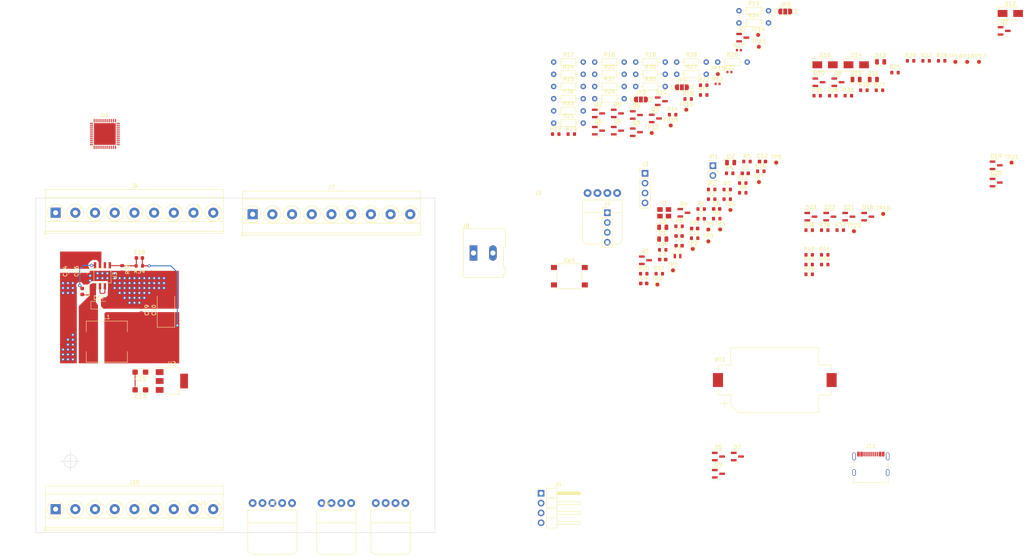
<source format=kicad_pcb>
(kicad_pcb (version 20211014) (generator pcbnew)

  (general
    (thickness 1.6)
  )

  (paper "A4")
  (title_block
    (title "FloatPUMP Basic Boards")
    (date "2022-11-22")
    (rev "1.0")
    (company "www.robtor.de")
  )

  (layers
    (0 "F.Cu" signal)
    (31 "B.Cu" signal)
    (32 "B.Adhes" user "B.Adhesive")
    (33 "F.Adhes" user "F.Adhesive")
    (34 "B.Paste" user)
    (35 "F.Paste" user)
    (36 "B.SilkS" user "B.Silkscreen")
    (37 "F.SilkS" user "F.Silkscreen")
    (38 "B.Mask" user)
    (39 "F.Mask" user)
    (40 "Dwgs.User" user "User.Drawings")
    (41 "Cmts.User" user "User.Comments")
    (42 "Eco1.User" user "User.Eco1")
    (43 "Eco2.User" user "User.Eco2")
    (44 "Edge.Cuts" user)
    (45 "Margin" user)
    (46 "B.CrtYd" user "B.Courtyard")
    (47 "F.CrtYd" user "F.Courtyard")
    (48 "B.Fab" user)
    (49 "F.Fab" user)
    (50 "User.1" user)
    (51 "User.2" user)
    (52 "User.3" user)
    (53 "User.4" user)
    (54 "User.5" user)
    (55 "User.6" user)
    (56 "User.7" user)
    (57 "User.8" user)
    (58 "User.9" user)
  )

  (setup
    (stackup
      (layer "F.SilkS" (type "Top Silk Screen"))
      (layer "F.Paste" (type "Top Solder Paste"))
      (layer "F.Mask" (type "Top Solder Mask") (thickness 0.01))
      (layer "F.Cu" (type "copper") (thickness 0.035))
      (layer "dielectric 1" (type "core") (thickness 1.51) (material "FR4") (epsilon_r 4.5) (loss_tangent 0.02))
      (layer "B.Cu" (type "copper") (thickness 0.035))
      (layer "B.Mask" (type "Bottom Solder Mask") (thickness 0.01))
      (layer "B.Paste" (type "Bottom Solder Paste"))
      (layer "B.SilkS" (type "Bottom Silk Screen"))
      (copper_finish "None")
      (dielectric_constraints no)
    )
    (pad_to_mask_clearance 0)
    (pcbplotparams
      (layerselection 0x00010fc_ffffffff)
      (disableapertmacros false)
      (usegerberextensions false)
      (usegerberattributes true)
      (usegerberadvancedattributes true)
      (creategerberjobfile true)
      (svguseinch false)
      (svgprecision 6)
      (excludeedgelayer true)
      (plotframeref false)
      (viasonmask false)
      (mode 1)
      (useauxorigin false)
      (hpglpennumber 1)
      (hpglpenspeed 20)
      (hpglpendiameter 15.000000)
      (dxfpolygonmode true)
      (dxfimperialunits true)
      (dxfusepcbnewfont true)
      (psnegative false)
      (psa4output false)
      (plotreference true)
      (plotvalue true)
      (plotinvisibletext false)
      (sketchpadsonfab false)
      (subtractmaskfromsilk false)
      (outputformat 1)
      (mirror false)
      (drillshape 1)
      (scaleselection 1)
      (outputdirectory "")
    )
  )

  (net 0 "")
  (net 1 "Net-(C1-Pad1)")
  (net 2 "GND")
  (net 3 "Net-(C2-Pad1)")
  (net 4 "Net-(C3-Pad1)")
  (net 5 "Net-(C4-Pad1)")
  (net 6 "Net-(C5-Pad1)")
  (net 7 "Net-(C6-Pad1)")
  (net 8 "+3V3")
  (net 9 "/VBAT")
  (net 10 "/NRST")
  (net 11 "Net-(D1-Pad1)")
  (net 12 "+3.3V")
  (net 13 "Net-(D2-Pad1)")
  (net 14 "Net-(D3-Pad1)")
  (net 15 "/VB")
  (net 16 "/ADC1_0")
  (net 17 "/ADC1_1")
  (net 18 "/ADC1_2")
  (net 19 "/Output Channels/REL0-")
  (net 20 "Net-(C17-Pad1)")
  (net 21 "+24V")
  (net 22 "/Output Channels/REL1-")
  (net 23 "Net-(C17-Pad2)")
  (net 24 "/Output Channels/REL2-")
  (net 25 "Net-(D11-Pad2)")
  (net 26 "/GPI0")
  (net 27 "/GPI1")
  (net 28 "/GPI2")
  (net 29 "/RRDT")
  (net 30 "/RRCLK")
  (net 31 "/RRSW")
  (net 32 "+5V")
  (net 33 "/I2C1_SDA")
  (net 34 "/I2C1_SCL")
  (net 35 "/supply/GND")
  (net 36 "/supply/3.3V_OUT")
  (net 37 "/supply/5V_OUT")
  (net 38 "/supply/24V_IN")
  (net 39 "/USART1_TX")
  (net 40 "/USART1_RX")
  (net 41 "/SWDIO")
  (net 42 "/SWCLK")
  (net 43 "/Input Channels/SENS0+")
  (net 44 "/Input Channels/SENS1+")
  (net 45 "/Input Channels/SENS2+")
  (net 46 "/gpi_channels/GPIT0")
  (net 47 "/gpi_channels/GPIT1")
  (net 48 "/gpi_channels/GPIT2")
  (net 49 "unconnected-(J10-Pad7)")
  (net 50 "unconnected-(J10-Pad8)")
  (net 51 "unconnected-(J10-Pad9)")
  (net 52 "/BOOT0")
  (net 53 "Net-(JP2-Pad2)")
  (net 54 "Net-(JP2-Pad3)")
  (net 55 "Net-(JP3-Pad2)")
  (net 56 "Net-(JP3-Pad3)")
  (net 57 "Net-(JP4-Pad2)")
  (net 58 "Net-(JP4-Pad3)")
  (net 59 "Net-(D13-Pad2)")
  (net 60 "Net-(LS1-Pad2)")
  (net 61 "Net-(Q2-Pad1)")
  (net 62 "Net-(Q2-Pad3)")
  (net 63 "Net-(D15-Pad2)")
  (net 64 "Net-(J3-Pad2)")
  (net 65 "Net-(J3-Pad3)")
  (net 66 "Net-(J3-Pad4)")
  (net 67 "Net-(Q8-Pad1)")
  (net 68 "Net-(Q9-Pad1)")
  (net 69 "Net-(Q10-Pad1)")
  (net 70 "/LED0")
  (net 71 "/LED1")
  (net 72 "/LED2")
  (net 73 "/LED5")
  (net 74 "/LED4")
  (net 75 "/LED3")
  (net 76 "/BEEP")
  (net 77 "/MPWR0")
  (net 78 "/MPWR1")
  (net 79 "/MPWR2")
  (net 80 "/OCHAN0")
  (net 81 "/OCHAN1")
  (net 82 "/OCHAN2")
  (net 83 "/usb_conn/U_D-")
  (net 84 "/USB_FS_DM")
  (net 85 "/usb_conn/U_D+")
  (net 86 "/USB_FS_DP")
  (net 87 "/usb_conn/U_VBUS")
  (net 88 "/USB_FS_VBUS")
  (net 89 "/usb_conn/CC")
  (net 90 "unconnected-(J6-Pad7)")
  (net 91 "unconnected-(J6-Pad8)")
  (net 92 "unconnected-(J6-Pad9)")
  (net 93 "unconnected-(J7-Pad7)")
  (net 94 "unconnected-(J7-Pad8)")
  (net 95 "unconnected-(J7-Pad9)")
  (net 96 "unconnected-(J11-PadA8)")
  (net 97 "unconnected-(J11-PadB8)")
  (net 98 "Net-(Q1-Pad1)")
  (net 99 "Net-(Q4-Pad1)")
  (net 100 "Net-(Q4-Pad3)")
  (net 101 "Net-(Q6-Pad1)")
  (net 102 "Net-(Q6-Pad3)")
  (net 103 "Net-(R34-Pad2)")
  (net 104 "Net-(TP4-Pad1)")
  (net 105 "Net-(U3-Pad6)")
  (net 106 "Net-(J8-Pad2)")

  (footprint "Package_TO_SOT_SMD:SOT-23" (layer "F.Cu") (at 175.32 55.03))

  (footprint "Resistor_SMD:R_0402_1005Metric" (layer "F.Cu") (at 204.2 39.9))

  (footprint "Capacitor_SMD:C_0603_1608Metric" (layer "F.Cu") (at 212.73 63))

  (footprint "TestPoint:TestPoint_Pad_D1.0mm" (layer "F.Cu") (at 211.6 30.33))

  (footprint "TestPoint:TestPoint_Pad_D1.0mm" (layer "F.Cu") (at 211.81 68.29))

  (footprint "Package_TO_SOT_SMD:SOT-23" (layer "F.Cu") (at 180.21 50.98))

  (footprint "Resistor_SMD:R_0603_1608Metric" (layer "F.Cu") (at 163.43 55.91))

  (footprint "TestPoint:TestPoint_Pad_D1.0mm" (layer "F.Cu") (at 268.55 37.28))

  (footprint "LED_SMD:LED_0805_2012Metric" (layer "F.Cu") (at 243.18 37.275))

  (footprint "Resistor_SMD:R_0402_1005Metric" (layer "F.Cu") (at 206.64 34.25))

  (footprint "Capacitor_SMD:C_0603_1608Metric" (layer "F.Cu") (at 37.338 96.52 -90))

  (footprint "Resistor_SMD:R_0603_1608Metric" (layer "F.Cu") (at 203.63 72.71))

  (footprint "TestPoint:TestPoint_Pad_D1.0mm" (layer "F.Cu") (at 243.84 76.52))

  (footprint "Resistor_SMD:R_0603_1608Metric" (layer "F.Cu") (at 199.62 70.2))

  (footprint "TerminalBlock_Phoenix:TerminalBlock_Phoenix_MKDS-3-9-5.08_1x09_P5.08mm_Horizontal" (layer "F.Cu") (at 30.48 152.7))

  (footprint "Resistor_THT:R_Axial_DIN0204_L3.6mm_D1.6mm_P7.62mm_Horizontal" (layer "F.Cu") (at 169.46 46.78))

  (footprint "Connector_USB:USB_C_Receptacle_Palconn_UTC16-G" (layer "F.Cu") (at 240.67 141.009533))

  (footprint "Diode_SMD:D_SOD-123F" (layer "F.Cu") (at 41.783 100.076))

  (footprint "Resistor_THT:R_Axial_DIN0204_L3.6mm_D1.6mm_P7.62mm_Horizontal" (layer "F.Cu") (at 169.46 37.33))

  (footprint "Resistor_SMD:R_0603_1608Metric" (layer "F.Cu") (at 226.84 46.01))

  (footprint "Resistor_THT:R_Axial_DIN0204_L3.6mm_D1.6mm_P7.62mm_Horizontal" (layer "F.Cu") (at 158.89 53.08))

  (footprint "TestPoint:TestPoint_Pad_D1.0mm" (layer "F.Cu") (at 201.22 40.43))

  (footprint "Resistor_SMD:R_0603_1608Metric" (layer "F.Cu") (at 228.77 89.58))

  (footprint "Package_TO_SOT_SMD:SOT-23" (layer "F.Cu") (at 207.63 31.03))

  (footprint "Resistor_SMD:R_0603_1608Metric" (layer "F.Cu") (at 52.07 89.916 180))

  (footprint "Package_TO_SOT_SMD:SOT-23" (layer "F.Cu") (at 227.28 42.53))

  (footprint "custom_parts:2542R-04" (layer "F.Cu") (at 113.03 151.13))

  (footprint "TestPoint:TestPoint_Pad_D1.0mm" (layer "F.Cu") (at 216.26 63.27))

  (footprint "Resistor_SMD:R_0603_1608Metric" (layer "F.Cu") (at 193.56 46.86))

  (footprint "Package_TO_SOT_SMD:SOT-23" (layer "F.Cu") (at 186.65 47.43))

  (footprint "TestPoint:TestPoint_Pad_D1.0mm" (layer "F.Cu") (at 276.94 63.27))

  (footprint "TestPoint:TestPoint_Pad_D1.0mm" (layer "F.Cu") (at 184.18 55.63))

  (footprint "Resistor_THT:R_Axial_DIN0204_L3.6mm_D1.6mm_P7.62mm_Horizontal" (layer "F.Cu") (at 190.6 40.48))

  (footprint "Resistor_SMD:R_0603_1608Metric" (layer "F.Cu") (at 208.72 63))

  (footprint "Resistor_SMD:R_0603_1608Metric" (layer "F.Cu") (at 187 85.78))

  (footprint "Package_TO_SOT_SMD:SOT-23" (layer "F.Cu") (at 272.97 68.42))

  (footprint "custom_parts:MP9486A-SOIC-8" (layer "F.Cu") (at 42.545 92.456 180))

  (footprint "Resistor_SMD:R_0603_1608Metric" (layer "F.Cu") (at 224.76 87.07))

  (footprint "Capacitor_Tantalum_SMD:CP_EIA-7343-31_Kemet-D" (layer "F.Cu") (at 58.928 101.346 90))

  (footprint "TestPoint:TestPoint_Pad_D1.0mm" (layer "F.Cu") (at 211.79 33.38))

  (footprint "custom_parts:L_MS1040-330M" (layer "F.Cu") (at 43.688 109.474))

  (footprint "Resistor_THT:R_Axial_DIN0204_L3.6mm_D1.6mm_P7.62mm_Horizontal" (layer "F.Cu") (at 180.03 37.33))

  (footprint "TestPoint:TestPoint_Pad_D1.0mm" (layer "F.Cu") (at 204.45 75.49))

  (footprint "Resistor_SMD:R_0603_1608Metric" (layer "F.Cu") (at 224.76 80.7))

  (footprint "Capacitor_SMD:C_0603_1608Metric" (layer "F.Cu") (at 187 88.29))

  (footprint "Resistor_SMD:R_0603_1608Metric" (layer "F.Cu") (at 186.12 91.95))

  (footprint "Crystal:Crystal_SMD_3225-4Pin_3.2x2.5mm" (layer "F.Cu") (at 187.39 76.22))

  (footprint "TestPoint:TestPoint_Pad_D1.0mm" (layer "F.Cu") (at 185.64 94.73))

  (footprint "Crystal:Crystal_SMD_2012-2Pin_2.0x1.2mm" (layer "F.Cu") (at 190.83 87.4))

  (footprint "Package_TO_SOT_SMD:SOT-23" (layer "F.Cu") (at 185.1 51.88))

  (footprint "TestPoint:TestPoint_Pad_D1.0mm" (layer "F.Cu") (at 262.45 37.28))

  (footprint "Package_TO_SOT_SMD:SOT-23" (layer "F.Cu") (at 201.37 143.569533))

  (footprint "Package_TO_SOT_SMD:SOT-23" (layer "F.Cu") (at 170.43 50.58))

  (footprint "Package_TO_SOT_SMD:SOT-223-3_TabPin2" (layer "F.Cu") (at 60.452 119.634))

  (footprint "Resistor_SMD:R_0603_1608Metric" (layer "F.Cu") (at 228.77 87.07))

  (footprint "Capacitor_SMD:C_0603_1608Metric" (layer "F.Cu") (at 182.11 94.46))

  (footprint "Resistor_SMD:R_0603_1608Metric" (layer "F.Cu") (at 207.64 71.06))

  (footprint "TestPoint:TestPoint_Pad_D1.0mm" (layer "F.Cu") (at 189.07 53.69))

  (footprint "Capacitor_SMD:C_0603_1608Metric" (layer "F.Cu") (at 52.07 87.884))

  (footprint "Resistor_SMD:R_0603_1608Metric" (layer "F.Cu") (at 204.27 66.04))

  (footprint "Capacitor_SMD:C_0603_1608Metric" (layer "F.Cu") (at 191.22 84.72))

  (footprint "Package_TO_SOT_SMD:SOT-23" (layer "F.Cu")
    (tedit 5FA16958) (tstamp 6cddc998-b062-4bd0-88c4-8f0daffaa728)
    (at 206.26 139.119533)
    (descr "SOT, 3 Pin (https://www.jedec.org/system/files/docs/to-236h.pdf variant AB), generated with kicad-footprint-generator ipc_gullwing_generator.py")
    (tags "SOT TO_SOT_SMD")
    (property "JLCPCB" "C2762214")
    (property "Sheetfile" "input_channels.kicad_sch")
    (property "Sheetname" "Input Channels")
    (path "/00000000-0000-0000-0000-0000638247cb/dbd1edb7-a628-4c53-8fbd-758b882cf1ee")
    (attr smd)
    (fp_text reference "D7" (at 0 -2.4) (layer "F.SilkS")
      (effects (font (size 1 1) (thickness 0.15)))
      (tstamp d50a3488-1196-4aaa-a731-016874a7957a)
    )
    (fp_text value "BAT54S" (at 0 2.4) (layer "F.Fab")
      (effects (font (size 1 1) (thickness 0.15)))
      (tstamp 4f2fc57e-1378-4298-8e46-d9bdd0cf2ad5)
    )
    (fp_text user "${REFERENCE}" (at 0 0) (layer "F.Fab")
      (effects (font (size 0.32 0.32) (thickness 0.05)))
      (tstamp 9c9f91f5-852f-405f-8b20-f87d74249c93)
    )
    (fp_line (start 0 -1.56) (end -1.675 -1.56) (layer "F.SilkS") (width 0.12) (tstamp 2a03630f-e59d-4120-9adc-ee4e736b4ff7))
    (fp_line (start 0 1.56) (end 0.65 1.56) (layer "F.SilkS") (width 0.12) (tstamp 435258b8-4c2d-42e8-8e3e-523042e32839))
    (fp_line (start 0 1.56) (end -0.65 1.56) (layer "F.SilkS") (width 0.12) (tstamp 442db17c-46d4-48aa-8648-a33b75a05188))
    (fp_line (start 0 -1.56) (end 0.65 -1.56) (layer "F.SilkS") (width 0.12) (tstamp f05f1461-a08e-4694-bcd0-d1f27335f7e7))
    (fp_line (start -1.92 -1.7) (end -1.92 1.7) (layer "F.CrtYd") (width 0.05) (tstamp 03fab852-7f25-4405-b3d8-1610dcb3410f))
    (fp_line (start -1.92 1.7) (end 1.92 1.7) (layer "F.CrtYd") (width 0.05) (tstamp 3addae61-e86a-4a54-a5da-74d95e27ce56))
    (fp_line (start 1.92 1.7) (end 1.92 -1.7) (layer "F.CrtYd") (width 0.05) (tstamp b5a8d70f-d11d-44aa-8686-c210d7cabcd0))
    (fp_line (start 1.92 -1.7) (end -1.92 -1.7) (layer "F.CrtYd") (width 0.05) (tstamp c3f4c9ee-ce82-47ce-a535-1ad0a7236e1a))
    (fp_line (start 0.65 1.45) (end -0.65 1.45) (layer "F.Fab") (width 0.1) (tstamp 16c948ce-6338-4304-8df1-8f3e8a758917))
    (fp_line (start 0.65 -1.45) (end 0.65 1.45) (layer "F.Fab") (width 0.1) (tstamp 5cd8f5b4-d7c3-456e-b2ab-32293bea3230))
    (fp_line (start -0.325 -1.45) (end 0.65 -1.45) (layer "F.Fab") (width 0.1) (tstamp 769fbb8c-0bab-4482-99ca-f01d2914c137))
    (fp_line (start -0.65 1.45) (end -0.65 -1.125) (layer "F.Fab") (width 0.1) (tstamp 9549bf3e-fc19-4773-8de2-fd4a7525cf29))
    (fp_line (start -0.65 -1.125) (end -0.325 -1.45) (layer "F.Fab") (width 0.1) (tstamp f98640c2-c7c8-46fe-8d9b-3aa6a57d7a5e))
    (pad "1" smd roundrect (at -0.9375 -0.95) (size 1.475 0.6) (layers "F.Cu" "F.Paste" "F.Mask") (roundrect_rratio 0.25)
      (net 2 "GND") (pintype "passive") (tstamp fbb39848-d136-4e67-950f-5cf377a71a76))
    (pad "2" smd roundrect (at -0.9375 0.95) (size 1.475 0.6) (layers "F.Cu" "F.Paste" "F.Mask") (roundrect_rratio 0.25)
      (net 12 "+3.3V") (pintype "passive") (tstamp 48e48e04-4de2-4637-b52b-340dedcecc91))
    (pad "3" smd roundrect (at 0.9375 0) (size 1.475 0.6) (layers "F.Cu" "F.Paste" "F.Mask") (roundrect_rratio 0.25)
      (
... [396371 chars truncated]
</source>
